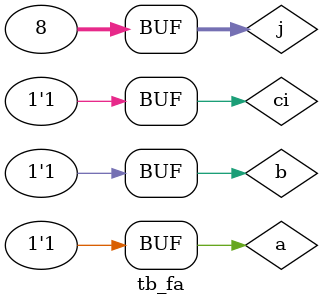
<source format=v>
module ha(input a, b, output reg s, c);
  always @(*) begin
    case ({a,b})
      2'b00:
        begin
          s = 0; c = 0;
        end
      2'b01:
        begin
          s = 1; c = 0; 
        end
      2'b10:
        begin
          s = 1; c = 0;
        end
      2'b11:
        begin 
          s = 0; c = 1; 
        end
    endcase
  end
endmodule 

// Full Adder using 2 Half Adders
module fa(input a, b, ci, output s, c);
  wire s1, c1, c2;

  ha ha1(.a(a), .b(b), .s(s1), .c(c1));

  
  ha ha2(.a(s1), .b(ci), .s(s), .c(c2));

  
  assign c = c1 | c2;
endmodule

module tb_fa();
  reg a, b, ci;
  wire s, c;
  
  
  fa dut(.a(a), .b(b), .ci(ci), .s(s), .c(c));
  
  integer j;
  initial begin
    $monitor("time=%0t | a=%b b=%b ci=%b | sum=%b cout=%b", 
              $time, a, b, ci, s, c);
    for (j = 0; j < 8; j = j + 1) begin
      {a, b, ci} = j;
      #10;   
    end
  end
endmodule

</source>
